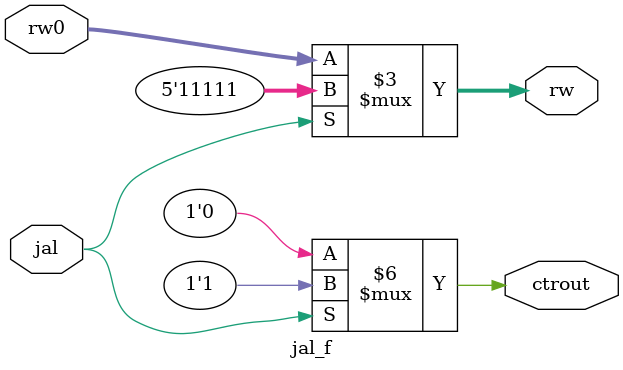
<source format=v>
module jal_f(jal, rw0, ctrout, rw);
input jal;
input [4:0] rw0;
output reg ctrout;
output reg [4:0] rw;
always @(*)
begin
	if(jal) begin ctrout=1; rw=5'b11111; end
	else begin ctrout=0; rw=rw0; end
end
endmodule
</source>
